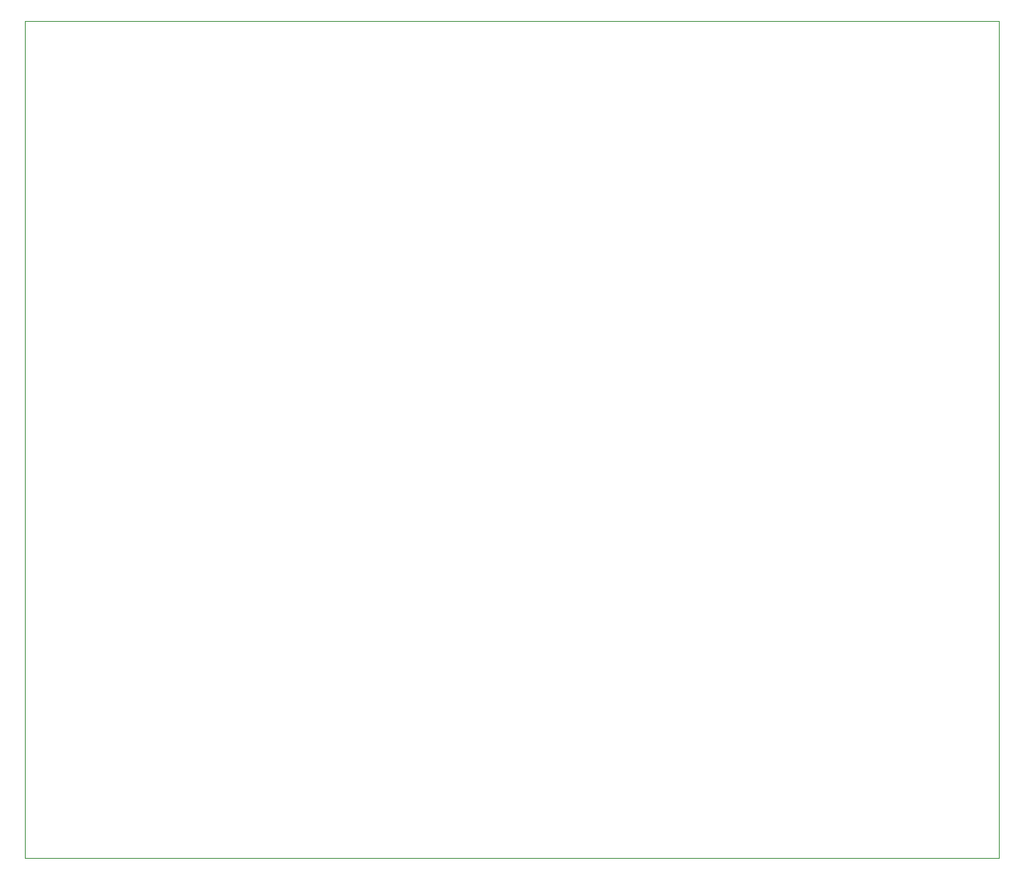
<source format=gm1>
G04 #@! TF.GenerationSoftware,KiCad,Pcbnew,9.0.5*
G04 #@! TF.CreationDate,2025-10-24T01:36:13-07:00*
G04 #@! TF.ProjectId,New CAN Accessories board,4e657720-4341-44e2-9041-63636573736f,rev?*
G04 #@! TF.SameCoordinates,Original*
G04 #@! TF.FileFunction,Profile,NP*
%FSLAX46Y46*%
G04 Gerber Fmt 4.6, Leading zero omitted, Abs format (unit mm)*
G04 Created by KiCad (PCBNEW 9.0.5) date 2025-10-24 01:36:13*
%MOMM*%
%LPD*%
G01*
G04 APERTURE LIST*
G04 #@! TA.AperFunction,Profile*
%ADD10C,0.050000*%
G04 #@! TD*
G04 APERTURE END LIST*
D10*
X16000000Y-16000000D02*
X122000000Y-16000000D01*
X122000000Y-107000000D01*
X16000000Y-107000000D01*
X16000000Y-16000000D01*
M02*

</source>
